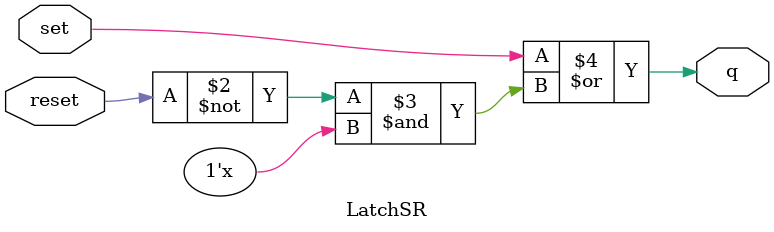
<source format=v>
module LatchSR (set, reset, q);
	input set, reset;
	output reg q;
	
	always @(set, reset) begin
		q <= set | (~reset & q);
	end
endmodule	
</source>
